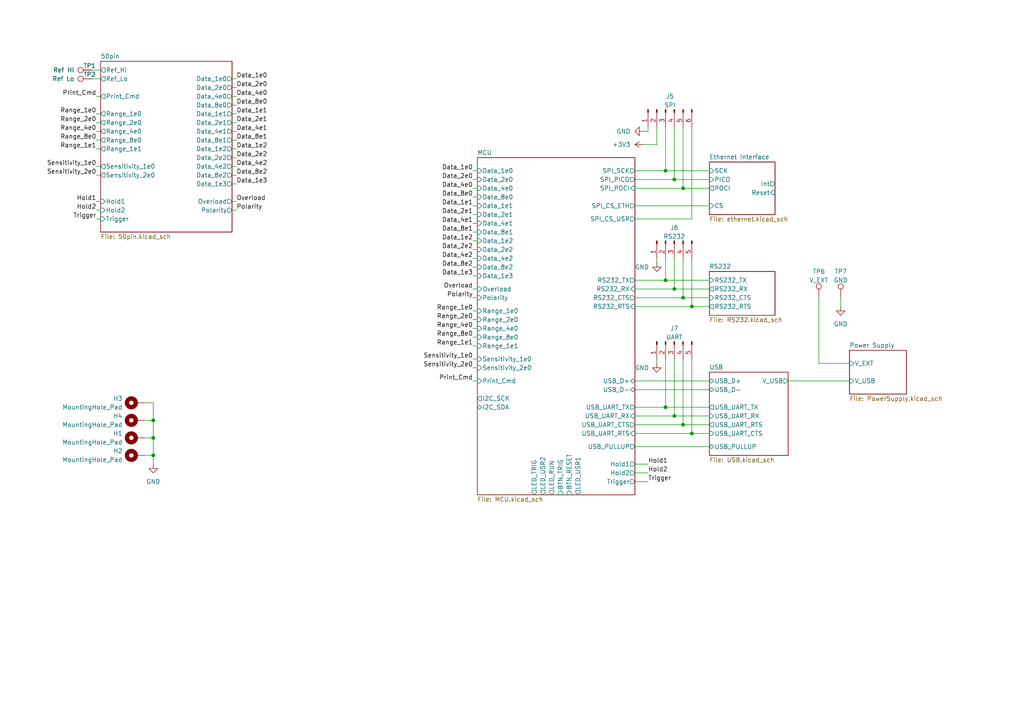
<source format=kicad_sch>
(kicad_sch (version 20211123) (generator eeschema)
  (paper "A4")
  (lib_symbols
    (symbol "Connector:Conn_01x05_Male" (pin_names (offset 1.016) hide)
      (property "Reference" "J" (at 0 7.62 0))
      (property "Value" "Conn_01x05_Male" (at 0 -7.62 0))
      (symbol "Conn_01x05_Male_1_1"
        (polyline (pts (xy 1.27 -5.08) (xy 0.8636 -5.08)) (stroke (width 0.1524)))
        (polyline (pts (xy 1.27 -2.54) (xy 0.8636 -2.54)) (stroke (width 0.1524)))
        (polyline (pts (xy 1.27 0) (xy 0.8636 0)) (stroke (width 0.1524)))
        (polyline (pts (xy 1.27 2.54) (xy 0.8636 2.54)) (stroke (width 0.1524)))
        (polyline (pts (xy 1.27 5.08) (xy 0.8636 5.08)) (stroke (width 0.1524)))
        (rectangle (start 0.8636 -4.953) (end 0 -5.207) (stroke (width 0.1524)) (fill (type outline)))
        (rectangle (start 0.8636 -2.413) (end 0 -2.667) (stroke (width 0.1524)) (fill (type outline)))
        (rectangle (start 0.8636 0.127) (end 0 -0.127) (stroke (width 0.1524)) (fill (type outline)))
        (rectangle (start 0.8636 2.667) (end 0 2.413) (stroke (width 0.1524)) (fill (type outline)))
        (rectangle (start 0.8636 5.207) (end 0 4.953) (stroke (width 0.1524)) (fill (type outline)))
        (pin passive line (at 5.08 5.08 180) (length 3.81) (name "Pin_1") (number "1"))
        (pin passive line (at 5.08 2.54 180) (length 3.81) (name "Pin_2") (number "2"))
        (pin passive line (at 5.08 0 180) (length 3.81) (name "Pin_3") (number "3"))
        (pin passive line (at 5.08 -2.54 180) (length 3.81) (name "Pin_4") (number "4"))
        (pin passive line (at 5.08 -5.08 180) (length 3.81) (name "Pin_5") (number "5"))
      )
    )
    (symbol "Connector:Conn_01x06_Male" (pin_names (offset 1.016) hide)
      (property "Reference" "J" (at 0 7.62 0))
      (property "Value" "Conn_01x06_Male" (at 0 -10.16 0))
      (symbol "Conn_01x06_Male_1_1"
        (polyline (pts (xy 1.27 -7.62) (xy 0.8636 -7.62)) (stroke (width 0.1524)))
        (polyline (pts (xy 1.27 -5.08) (xy 0.8636 -5.08)) (stroke (width 0.1524)))
        (polyline (pts (xy 1.27 -2.54) (xy 0.8636 -2.54)) (stroke (width 0.1524)))
        (polyline (pts (xy 1.27 0) (xy 0.8636 0)) (stroke (width 0.1524)))
        (polyline (pts (xy 1.27 2.54) (xy 0.8636 2.54)) (stroke (width 0.1524)))
        (polyline (pts (xy 1.27 5.08) (xy 0.8636 5.08)) (stroke (width 0.1524)))
        (rectangle (start 0.8636 -7.493) (end 0 -7.747) (stroke (width 0.1524)) (fill (type outline)))
        (rectangle (start 0.8636 -4.953) (end 0 -5.207) (stroke (width 0.1524)) (fill (type outline)))
        (rectangle (start 0.8636 -2.413) (end 0 -2.667) (stroke (width 0.1524)) (fill (type outline)))
        (rectangle (start 0.8636 0.127) (end 0 -0.127) (stroke (width 0.1524)) (fill (type outline)))
        (rectangle (start 0.8636 2.667) (end 0 2.413) (stroke (width 0.1524)) (fill (type outline)))
        (rectangle (start 0.8636 5.207) (end 0 4.953) (stroke (width 0.1524)) (fill (type outline)))
        (pin passive line (at 5.08 5.08 180) (length 3.81) (name "Pin_1") (number "1"))
        (pin passive line (at 5.08 2.54 180) (length 3.81) (name "Pin_2") (number "2"))
        (pin passive line (at 5.08 0 180) (length 3.81) (name "Pin_3") (number "3"))
        (pin passive line (at 5.08 -2.54 180) (length 3.81) (name "Pin_4") (number "4"))
        (pin passive line (at 5.08 -5.08 180) (length 3.81) (name "Pin_5") (number "5"))
        (pin passive line (at 5.08 -7.62 180) (length 3.81) (name "Pin_6") (number "6"))
      )
    )
    (symbol "Connector:TestPoint" (pin_numbers hide) (pin_names (offset 0.762) hide)
      (property "Reference" "TP" (at 0 6.858 0))
      (property "Value" "TestPoint" (at 0 5.08 0))
      (symbol "TestPoint_0_1"
        (circle (center 0 3.302) (radius 0.762))
      )
      (symbol "TestPoint_1_1"
        (pin passive line (at 0 0 90) (length 2.54) (name "1") (number "1"))
      )
    )
    (symbol "Mechanical:MountingHole_Pad" (pin_numbers hide) (pin_names (offset 1.016) hide)
      (property "Reference" "H" (at 0 6.35 0))
      (property "Value" "MountingHole_Pad" (at 0 4.445 0))
      (symbol "MountingHole_Pad_0_1"
        (circle (center 0 1.27) (radius 1.27) (stroke (width 1.27)))
      )
      (symbol "MountingHole_Pad_1_1"
        (pin input line (at 0 -2.54 90) (length 2.54) (name "1") (number "1"))
      )
    )
    (symbol "power:+3V3" (power) (pin_names (offset 0))
      (property "Value" "+3V3" (at 0 3.556 0))
      (symbol "+3V3_0_1"
        (polyline (pts (xy -0.762 1.27) (xy 0 2.54)))
        (polyline (pts (xy 0 0) (xy 0 2.54)))
        (polyline (pts (xy 0 2.54) (xy 0.762 1.27)))
      )
      (symbol "+3V3_1_1"
        (pin power_in line (at 0 0 90) (length 0) hide (name "+3V3") (number "1"))
      )
    )
    (symbol "power:GND" (power) (pin_names (offset 0))
      (property "Value" "GND" (at 0 -3.81 0))
      (symbol "GND_0_1"
        (polyline (pts (xy 0 0) (xy 0 -1.27) (xy 1.27 -1.27) (xy 0 -2.54) (xy -1.27 -1.27) (xy 0 -1.27)))
      )
      (symbol "GND_1_1"
        (pin power_in line (at 0 0 270) (length 0) hide (name "GND") (number "1"))
      )
    )
  )
  (junction (at 200.66 125.73))
  (junction (at 198.12 54.61))
  (junction (at 193.04 118.11))
  (junction (at 193.04 49.53))
  (junction (at 200.66 88.9))
  (junction (at 195.58 83.82))
  (junction (at 44.45 132.08))
  (junction (at 44.45 127))
  (junction (at 193.04 81.28))
  (junction (at 198.12 86.36))
  (junction (at 44.45 121.92))
  (junction (at 195.58 120.65))
  (junction (at 198.12 123.19))
  (junction (at 195.58 52.07))
  (wire (pts (xy 200.66 88.9) (xy 205.74 88.9)))
  (wire (pts (xy 184.15 113.03) (xy 205.74 113.03)))
  (wire (pts (xy 184.15 88.9) (xy 200.66 88.9)))
  (wire (pts (xy 190.5 41.91) (xy 186.69 41.91)))
  (wire (pts (xy 67.31 25.4) (xy 68.58 25.4)))
  (wire (pts (xy 67.31 40.64) (xy 68.58 40.64)))
  (wire (pts (xy 184.15 110.49) (xy 205.74 110.49)))
  (wire (pts (xy 67.31 30.48) (xy 68.58 30.48)))
  (wire (pts (xy 26.67 22.86) (xy 29.21 22.86)))
  (wire (pts (xy 41.91 127) (xy 44.45 127)))
  (wire (pts (xy 184.15 123.19) (xy 198.12 123.19)))
  (wire (pts (xy 184.15 134.62) (xy 187.96 134.62)))
  (wire (pts (xy 67.31 22.86) (xy 68.58 22.86)))
  (wire (pts (xy 137.16 92.71) (xy 138.43 92.71)))
  (wire (pts (xy 198.12 36.83) (xy 198.12 54.61)))
  (wire (pts (xy 198.12 123.19) (xy 205.74 123.19)))
  (wire (pts (xy 198.12 74.93) (xy 198.12 86.36)))
  (wire (pts (xy 184.15 59.69) (xy 205.74 59.69)))
  (wire (pts (xy 184.15 49.53) (xy 193.04 49.53)))
  (wire (pts (xy 138.43 52.07) (xy 137.16 52.07)))
  (wire (pts (xy 237.49 86.36) (xy 237.49 105.41)))
  (wire (pts (xy 187.96 36.83) (xy 187.96 38.1)))
  (wire (pts (xy 195.58 36.83) (xy 195.58 52.07)))
  (wire (pts (xy 195.58 74.93) (xy 195.58 83.82)))
  (wire (pts (xy 193.04 104.14) (xy 193.04 118.11)))
  (wire (pts (xy 138.43 74.93) (xy 137.16 74.93)))
  (wire (pts (xy 193.04 118.11) (xy 205.74 118.11)))
  (wire (pts (xy 184.15 118.11) (xy 193.04 118.11)))
  (wire (pts (xy 195.58 120.65) (xy 205.74 120.65)))
  (wire (pts (xy 190.5 104.14) (xy 190.5 105.41)))
  (wire (pts (xy 184.15 81.28) (xy 193.04 81.28)))
  (wire (pts (xy 184.15 52.07) (xy 195.58 52.07)))
  (wire (pts (xy 198.12 54.61) (xy 205.74 54.61)))
  (wire (pts (xy 67.31 35.56) (xy 68.58 35.56)))
  (wire (pts (xy 200.66 104.14) (xy 200.66 125.73)))
  (wire (pts (xy 27.94 48.26) (xy 29.21 48.26)))
  (wire (pts (xy 184.15 86.36) (xy 198.12 86.36)))
  (wire (pts (xy 193.04 49.53) (xy 205.74 49.53)))
  (wire (pts (xy 27.94 35.56) (xy 29.21 35.56)))
  (wire (pts (xy 138.43 86.36) (xy 137.16 86.36)))
  (wire (pts (xy 67.31 58.42) (xy 68.58 58.42)))
  (wire (pts (xy 44.45 132.08) (xy 44.45 134.62)))
  (wire (pts (xy 41.91 132.08) (xy 44.45 132.08)))
  (wire (pts (xy 26.67 20.32) (xy 29.21 20.32)))
  (wire (pts (xy 27.94 63.5) (xy 29.21 63.5)))
  (wire (pts (xy 228.6 110.49) (xy 246.38 110.49)))
  (wire (pts (xy 138.43 49.53) (xy 137.16 49.53)))
  (wire (pts (xy 195.58 52.07) (xy 205.74 52.07)))
  (wire (pts (xy 184.15 54.61) (xy 198.12 54.61)))
  (wire (pts (xy 193.04 74.93) (xy 193.04 81.28)))
  (wire (pts (xy 137.16 110.49) (xy 138.43 110.49)))
  (wire (pts (xy 200.66 125.73) (xy 205.74 125.73)))
  (wire (pts (xy 137.16 95.25) (xy 138.43 95.25)))
  (wire (pts (xy 67.31 50.8) (xy 68.58 50.8)))
  (wire (pts (xy 67.31 33.02) (xy 68.58 33.02)))
  (wire (pts (xy 198.12 86.36) (xy 205.74 86.36)))
  (wire (pts (xy 27.94 60.96) (xy 29.21 60.96)))
  (wire (pts (xy 138.43 69.85) (xy 137.16 69.85)))
  (wire (pts (xy 27.94 38.1) (xy 29.21 38.1)))
  (wire (pts (xy 138.43 59.69) (xy 137.16 59.69)))
  (wire (pts (xy 193.04 36.83) (xy 193.04 49.53)))
  (wire (pts (xy 41.91 116.84) (xy 44.45 116.84)))
  (wire (pts (xy 243.84 86.36) (xy 243.84 88.9)))
  (wire (pts (xy 27.94 33.02) (xy 29.21 33.02)))
  (wire (pts (xy 200.66 36.83) (xy 200.66 63.5)))
  (wire (pts (xy 184.15 120.65) (xy 195.58 120.65)))
  (wire (pts (xy 195.58 104.14) (xy 195.58 120.65)))
  (wire (pts (xy 200.66 63.5) (xy 184.15 63.5)))
  (wire (pts (xy 184.15 137.16) (xy 187.96 137.16)))
  (wire (pts (xy 44.45 121.92) (xy 44.45 127)))
  (wire (pts (xy 137.16 90.17) (xy 138.43 90.17)))
  (wire (pts (xy 184.15 129.54) (xy 205.74 129.54)))
  (wire (pts (xy 138.43 57.15) (xy 137.16 57.15)))
  (wire (pts (xy 67.31 45.72) (xy 68.58 45.72)))
  (wire (pts (xy 44.45 127) (xy 44.45 132.08)))
  (wire (pts (xy 67.31 38.1) (xy 68.58 38.1)))
  (wire (pts (xy 137.16 100.33) (xy 138.43 100.33)))
  (wire (pts (xy 67.31 48.26) (xy 68.58 48.26)))
  (wire (pts (xy 67.31 53.34) (xy 68.58 53.34)))
  (wire (pts (xy 27.94 43.18) (xy 29.21 43.18)))
  (wire (pts (xy 190.5 74.93) (xy 190.5 76.2)))
  (wire (pts (xy 41.91 121.92) (xy 44.45 121.92)))
  (wire (pts (xy 195.58 83.82) (xy 205.74 83.82)))
  (wire (pts (xy 138.43 67.31) (xy 137.16 67.31)))
  (wire (pts (xy 27.94 58.42) (xy 29.21 58.42)))
  (wire (pts (xy 138.43 64.77) (xy 137.16 64.77)))
  (wire (pts (xy 190.5 36.83) (xy 190.5 41.91)))
  (wire (pts (xy 137.16 106.68) (xy 138.43 106.68)))
  (wire (pts (xy 138.43 54.61) (xy 137.16 54.61)))
  (wire (pts (xy 44.45 116.84) (xy 44.45 121.92)))
  (wire (pts (xy 198.12 104.14) (xy 198.12 123.19)))
  (wire (pts (xy 67.31 60.96) (xy 68.58 60.96)))
  (wire (pts (xy 184.15 83.82) (xy 195.58 83.82)))
  (wire (pts (xy 184.15 125.73) (xy 200.66 125.73)))
  (wire (pts (xy 67.31 43.18) (xy 68.58 43.18)))
  (wire (pts (xy 27.94 50.8) (xy 29.21 50.8)))
  (wire (pts (xy 187.96 38.1) (xy 186.69 38.1)))
  (wire (pts (xy 237.49 105.41) (xy 246.38 105.41)))
  (wire (pts (xy 138.43 72.39) (xy 137.16 72.39)))
  (wire (pts (xy 27.94 27.94) (xy 29.21 27.94)))
  (wire (pts (xy 67.31 27.94) (xy 68.58 27.94)))
  (wire (pts (xy 138.43 83.82) (xy 137.16 83.82)))
  (wire (pts (xy 137.16 104.14) (xy 138.43 104.14)))
  (wire (pts (xy 138.43 62.23) (xy 137.16 62.23)))
  (wire (pts (xy 138.43 77.47) (xy 137.16 77.47)))
  (wire (pts (xy 200.66 74.93) (xy 200.66 88.9)))
  (wire (pts (xy 137.16 97.79) (xy 138.43 97.79)))
  (wire (pts (xy 193.04 81.28) (xy 205.74 81.28)))
  (wire (pts (xy 138.43 80.01) (xy 137.16 80.01)))
  (wire (pts (xy 27.94 40.64) (xy 29.21 40.64)))
  (wire (pts (xy 184.15 139.7) (xy 187.96 139.7)))
  (label "Trigger" (at 27.94 63.5 180))
  (label "Data_8e1" (at 137.16 67.31 180))
  (label "Print_Cmd" (at 137.16 110.49 180))
  (label "Data_4e0" (at 137.16 54.61 180))
  (label "Data_2e2" (at 137.16 72.39 180))
  (label "Data_8e2" (at 137.16 77.47 180))
  (label "Data_4e1" (at 68.58 38.1 0))
  (label "Range_1e1" (at 27.94 43.18 180))
  (label "Data_1e2" (at 137.16 69.85 180))
  (label "Data_1e1" (at 137.16 59.69 180))
  (label "Range_1e1" (at 137.16 100.33 180))
  (label "Range_4e0" (at 27.94 38.1 180))
  (label "Overload" (at 68.58 58.42 0))
  (label "Data_2e1" (at 137.16 62.23 180))
  (label "Range_2e0" (at 137.16 92.71 180))
  (label "Polarity" (at 68.58 60.96 0))
  (label "Data_8e2" (at 68.58 50.8 0))
  (label "Range_4e0" (at 137.16 95.25 180))
  (label "Sensitivity_1e0" (at 27.94 48.26 180))
  (label "Data_4e2" (at 68.58 48.26 0))
  (label "Data_4e2" (at 137.16 74.93 180))
  (label "Data_1e3" (at 68.58 53.34 0))
  (label "Data_8e1" (at 68.58 40.64 0))
  (label "Overload" (at 137.16 83.82 180))
  (label "Data_8e0" (at 137.16 57.15 180))
  (label "Sensitivity_1e0" (at 137.16 104.14 180))
  (label "Sensitivity_2e0" (at 137.16 106.68 180))
  (label "Data_2e0" (at 137.16 52.07 180))
  (label "Data_4e0" (at 68.58 27.94 0))
  (label "Sensitivity_2e0" (at 27.94 50.8 180))
  (label "Range_8e0" (at 27.94 40.64 180))
  (label "Data_1e2" (at 68.58 43.18 0))
  (label "Range_8e0" (at 137.16 97.79 180))
  (label "Trigger" (at 187.96 139.7 0))
  (label "Range_1e0" (at 137.16 90.17 180))
  (label "Hold1" (at 27.94 58.42 180))
  (label "Data_1e0" (at 68.58 22.86 0))
  (label "Hold1" (at 187.96 134.62 0))
  (label "Range_1e0" (at 27.94 33.02 180))
  (label "Hold2" (at 27.94 60.96 180))
  (label "Data_8e0" (at 68.58 30.48 0))
  (label "Print_Cmd" (at 27.94 27.94 180))
  (label "Data_2e1" (at 68.58 35.56 0))
  (label "Polarity" (at 137.16 86.36 180))
  (label "Data_1e0" (at 137.16 49.53 180))
  (label "Data_2e2" (at 68.58 45.72 0))
  (label "Data_4e1" (at 137.16 64.77 180))
  (label "Hold2" (at 187.96 137.16 0))
  (label "Data_1e1" (at 68.58 33.02 0))
  (label "Range_2e0" (at 27.94 35.56 180))
  (label "Data_2e0" (at 68.58 25.4 0))
  (label "Data_1e3" (at 137.16 80.01 180))
  (symbol (lib_id "Mechanical:MountingHole_Pad") (at 39.37 116.84 90) (unit 1)
    (property "Reference" "H3" (at 35.56 115.57 90) (effects (justify left)))
    (property "Value" "MountingHole_Pad" (at 35.56 118.11 90) (effects (justify left)))
    (property "Footprint" "MountingHole:MountingHole_3.2mm_M3_Pad" (effects hide))
  )
  (symbol (lib_id "power:GND") (at 186.69 38.1 270) (unit 1)
    (property "Reference" "#PWR0179" (effects hide))
    (property "Value" "GND" (at 182.88 38.0999 90) (effects (justify right)))
  )
  (symbol (lib_id "Connector:TestPoint") (at 243.84 86.36 0) (unit 1) (in_bom no)
    (property "Reference" "TP7" (at 243.84 78.74 0))
    (property "Value" "GND" (at 243.84 81.28 0))
    (property "Footprint" "TestPoint:TestPoint_THTPad_2.0x2.0mm_Drill1.0mm" (effects hide))
  )
  (symbol (lib_id "power:GND") (at 243.84 88.9 0) (unit 1)
    (property "Reference" "#PWR0184" (effects hide))
    (property "Value" "GND" (at 243.84 93.98 0))
  )
  (symbol (lib_id "Connector:TestPoint") (at 26.67 20.32 90) (unit 1) (in_bom no)
    (property "Reference" "TP1" (at 24.13 19.05 90) (effects (justify right)))
    (property "Value" "Ref Hi" (at 21.59 20.32 90) (effects (justify left)))
    (property "Footprint" "TestPoint:TestPoint_Pad_1.5x1.5mm" (effects hide))
  )
  (symbol (lib_id "power:GND") (at 44.45 134.62 0) (unit 1)
    (property "Reference" "#PWR0161" (effects hide))
    (property "Value" "GND" (at 44.45 139.7 0))
  )
  (symbol (lib_id "Connector:Conn_01x06_Male") (at 193.04 31.75 90) (mirror x) (unit 1) (in_bom no)
    (property "Reference" "J5" (at 194.31 27.94 90))
    (property "Value" "SPI" (at 194.31 30.48 90))
    (property "Footprint" "Connector_PinHeader_1.27mm:PinHeader_1x06_P1.27mm_Vertical" (effects hide))
  )
  (symbol (lib_id "Connector:Conn_01x05_Male") (at 195.58 69.85 90) (mirror x) (unit 1)
    (property "Reference" "J6" (at 195.58 66.04 90))
    (property "Value" "RS232" (at 195.58 68.58 90))
    (property "Footprint" "Connector_PinHeader_1.27mm:PinHeader_1x05_P1.27mm_Vertical" (effects hide))
  )
  (symbol (lib_id "Mechanical:MountingHole_Pad") (at 39.37 127 90) (unit 1)
    (property "Reference" "H1" (at 35.56 125.73 90) (effects (justify left)))
    (property "Value" "MountingHole_Pad" (at 35.56 128.27 90) (effects (justify left)))
    (property "Footprint" "MountingHole:MountingHole_3.2mm_M3_Pad" (effects hide))
  )
  (symbol (lib_id "Connector:Conn_01x05_Male") (at 195.58 99.06 90) (mirror x) (unit 1)
    (property "Reference" "J7" (at 195.58 95.25 90))
    (property "Value" "UART" (at 195.58 97.79 90))
    (property "Footprint" "Connector_PinHeader_1.27mm:PinHeader_1x05_P1.27mm_Vertical" (effects hide))
  )
  (symbol (lib_id "power:+3V3") (at 186.69 41.91 90) (unit 1)
    (property "Reference" "#PWR0180" (effects hide))
    (property "Value" "+3V3" (at 182.88 41.9099 90) (effects (justify left)))
  )
  (symbol (lib_id "Connector:TestPoint") (at 237.49 86.36 0) (unit 1) (in_bom no)
    (property "Reference" "TP6" (at 237.49 78.74 0))
    (property "Value" "V_EXT" (at 237.49 81.28 0))
    (property "Footprint" "TestPoint:TestPoint_THTPad_2.0x2.0mm_Drill1.0mm" (effects hide))
  )
  (symbol (lib_id "power:GND") (at 190.5 105.41 0) (unit 1)
    (property "Reference" "#PWR0182" (effects hide))
    (property "Value" "GND" (at 184.15 106.68 0) (effects (justify left)))
  )
  (symbol (lib_id "Connector:TestPoint") (at 26.67 22.86 90) (unit 1) (in_bom no)
    (property "Reference" "TP2" (at 24.13 21.59 90) (effects (justify right)))
    (property "Value" "Ref Lo" (at 21.59 22.86 90) (effects (justify left)))
    (property "Footprint" "TestPoint:TestPoint_Pad_1.5x1.5mm" (effects hide))
  )
  (symbol (lib_id "Mechanical:MountingHole_Pad") (at 39.37 121.92 90) (unit 1)
    (property "Reference" "H4" (at 35.56 120.65 90) (effects (justify left)))
    (property "Value" "MountingHole_Pad" (at 35.56 123.19 90) (effects (justify left)))
    (property "Footprint" "MountingHole:MountingHole_3.2mm_M3_Pad" (effects hide))
  )
  (symbol (lib_id "Mechanical:MountingHole_Pad") (at 39.37 132.08 90) (unit 1)
    (property "Reference" "H2" (at 35.56 130.81 90) (effects (justify left)))
    (property "Value" "MountingHole_Pad" (at 35.56 133.35 90) (effects (justify left)))
    (property "Footprint" "MountingHole:MountingHole_3.2mm_M3_Pad" (effects hide))
  )
  (symbol (lib_id "power:GND") (at 190.5 76.2 0) (unit 1)
    (property "Reference" "#PWR0181" (effects hide))
    (property "Value" "GND" (at 184.15 77.47 0) (effects (justify left)))
  )
  (sheet (at 205.74 78.74) (size 19.05 12.7) (stroke (width 0.1524))
    (property "Sheet name" "RS232" (at 205.74 78.0284 0) (effects (justify left bottom)))
    (property "Sheet file" "RS232.kicad_sch" (at 205.74 92.0246 0) (effects (justify left top)))
    (pin "RS232_CTS" input (at 205.74 86.36 180))
    (pin "RS232_TX" input (at 205.74 81.28 180))
    (pin "RS232_RX" output (at 205.74 83.82 180))
    (pin "RS232_RTS" output (at 205.74 88.9 180))
  )
  (sheet (at 205.74 46.99) (size 19.05 15.24) (stroke (width 0.1524))
    (property "Sheet name" "Ethernet Interface" (at 205.74 46.2784 0) (effects (justify left bottom)))
    (property "Sheet file" "ethernet.kicad_sch" (at 205.74 62.8146 0) (effects (justify left top)))
    (pin "CS" input (at 205.74 59.69 180))
    (pin "SCK" input (at 205.74 49.53 180))
    (pin "PICO" input (at 205.74 52.07 180))
    (pin "POCI" output (at 205.74 54.61 180))
    (pin "Int" output (at 224.79 53.34 0))
    (pin "Reset" input (at 224.79 55.88 0))
  )
  (sheet (at 138.43 45.72) (size 45.72 97.79) (stroke (width 0.1524))
    (property "Sheet name" "MCU" (at 138.43 45.0084 0) (effects (justify left bottom)))
    (property "Sheet file" "MCU.kicad_sch" (at 138.43 144.0946 0) (effects (justify left top)))
    (pin "SPI_PICO" output (at 184.15 52.07 0))
    (pin "SPI_POCI" input (at 184.15 54.61 0))
    (pin "SPI_CS_ETH" output (at 184.15 59.69 0))
    (pin "SPI_SCK" output (at 184.15 49.53 0))
    (pin "Data_4e0" input (at 138.43 54.61 180))
    (pin "Data_2e0" input (at 138.43 52.07 180))
    (pin "Data_1e0" input (at 138.43 49.53 180))
    (pin "Hold1" output (at 184.15 134.62 0))
    (pin "Hold2" output (at 184.15 137.16 0))
    (pin "Range_1e0" input (at 138.43 90.17 180))
    (pin "Overload" input (at 138.43 83.82 180))
    (pin "Polarity" input (at 138.43 86.36 180))
    (pin "Range_4e0" input (at 138.43 95.25 180))
    (pin "Range_8e0" input (at 138.43 97.79 180))
    (pin "Range_2e0" input (at 138.43 92.71 180))
    (pin "Range_1e1" input (at 138.43 100.33 180))
    (pin "Print_Cmd" input (at 138.43 110.49 180))
    (pin "Sensitivity_2e0" input (at 138.43 106.68 180))
    (pin "Sensitivity_1e0" input (at 138.43 104.14 180))
    (pin "Data_8e1" input (at 138.43 67.31 180))
    (pin "Data_4e1" input (at 138.43 64.77 180))
    (pin "Data_8e0" input (at 138.43 57.15 180))
    (pin "Data_2e1" input (at 138.43 62.23 180))
    (pin "Data_1e1" input (at 138.43 59.69 180))
    (pin "Data_4e2" input (at 138.43 74.93 180))
    (pin "Data_2e2" input (at 138.43 72.39 180))
    (pin "Data_1e2" input (at 138.43 69.85 180))
    (pin "Data_8e2" input (at 138.43 77.47 180))
    (pin "Data_1e3" input (at 138.43 80.01 180))
    (pin "Trigger" output (at 184.15 139.7 0))
    (pin "RS232_TX" output (at 184.15 81.28 0))
    (pin "RS232_CTS" output (at 184.15 86.36 0))
    (pin "RS232_RX" input (at 184.15 83.82 0))
    (pin "RS232_RTS" input (at 184.15 88.9 0))
    (pin "USB_D+" bidirectional (at 184.15 110.49 0))
    (pin "USB_UART_TX" output (at 184.15 118.11 0))
    (pin "USB_UART_CTS" output (at 184.15 123.19 0))
    (pin "USB_UART_RTS" input (at 184.15 125.73 0))
    (pin "USB_UART_RX" input (at 184.15 120.65 0))
    (pin "USB_D-" bidirectional (at 184.15 113.03 0))
    (pin "I2C_SCK" output (at 138.43 115.57 180))
    (pin "I2C_SDA" bidirectional (at 138.43 118.11 180))
    (pin "SPI_CS_USR" output (at 184.15 63.5 0))
    (pin "LED_USR2" output (at 157.48 143.51 270))
    (pin "LED_RUN" output (at 160.02 143.51 270))
    (pin "BTN_TRIG" input (at 162.56 143.51 270))
    (pin "BTN_RESET" input (at 165.1 143.51 270))
    (pin "LED_TRIG" output (at 154.94 143.51 270))
    (pin "LED_USR1" output (at 167.64 143.51 270))
    (pin "USB_PULLUP" output (at 184.15 129.54 0))
  )
  (sheet (at 205.74 107.95) (size 22.86 24.13) (stroke (width 0.1524))
    (property "Sheet name" "USB" (at 205.74 107.2384 0) (effects (justify left bottom)))
    (property "Sheet file" "USB.kicad_sch" (at 205.74 132.6646 0) (effects (justify left top)))
    (pin "V_USB" output (at 228.6 110.49 0))
    (pin "USB_D+" bidirectional (at 205.74 110.49 180))
    (pin "USB_D-" bidirectional (at 205.74 113.03 180))
    (pin "USB_UART_RTS" output (at 205.74 123.19 180))
    (pin "USB_UART_CTS" input (at 205.74 125.73 180))
    (pin "USB_UART_TX" output (at 205.74 118.11 180))
    (pin "USB_UART_RX" input (at 205.74 120.65 180))
    (pin "USB_PULLUP" bidirectional (at 205.74 129.54 180))
  )
  (sheet (at 246.38 101.6) (size 16.51 12.7) (stroke (width 0.1524))
    (property "Sheet name" "Power Supply" (at 246.38 100.8884 0) (effects (justify left bottom)))
    (property "Sheet file" "PowerSupply.kicad_sch" (at 246.38 114.8846 0) (effects (justify left top)))
    (pin "V_EXT" input (at 246.38 105.41 180))
    (pin "V_USB" input (at 246.38 110.49 180))
  )
  (sheet (at 29.21 17.78) (size 38.1 49.53) (stroke (width 0.1524))
    (property "Sheet name" "50pin" (at 29.21 17.0684 0) (effects (justify left bottom)))
    (property "Sheet file" "50pin.kicad_sch" (at 29.21 67.8946 0) (effects (justify left top)))
    (pin "Data_8e0" output (at 67.31 30.48 0))
    (pin "Data_1e1" output (at 67.31 33.02 0))
    (pin "Data_8e1" output (at 67.31 40.64 0))
    (pin "Data_1e0" output (at 67.31 22.86 0))
    (pin "Data_2e0" output (at 67.31 25.4 0))
    (pin "Data_2e1" output (at 67.31 35.56 0))
    (pin "Data_4e1" output (at 67.31 38.1 0))
    (pin "Data_4e0" output (at 67.31 27.94 0))
    (pin "Data_2e2" output (at 67.31 45.72 0))
    (pin "Data_1e2" output (at 67.31 43.18 0))
    (pin "Data_8e2" output (at 67.31 50.8 0))
    (pin "Data_4e2" output (at 67.31 48.26 0))
    (pin "Data_1e3" output (at 67.31 53.34 0))
    (pin "Overload" output (at 67.31 58.42 0))
    (pin "Polarity" output (at 67.31 60.96 0))
    (pin "Print_Cmd" output (at 29.21 27.94 180))
    (pin "Ref_Hi" output (at 29.21 20.32 180))
    (pin "Ref_Lo" output (at 29.21 22.86 180))
    (pin "Range_1e0" output (at 29.21 33.02 180))
    (pin "Sensitivity_2e0" output (at 29.21 50.8 180))
    (pin "Sensitivity_1e0" output (at 29.21 48.26 180))
    (pin "Hold2" input (at 29.21 60.96 180))
    (pin "Hold1" input (at 29.21 58.42 180))
    (pin "Trigger" input (at 29.21 63.5 180))
    (pin "Range_4e0" output (at 29.21 38.1 180))
    (pin "Range_1e1" output (at 29.21 43.18 180))
    (pin "Range_8e0" output (at 29.21 40.64 180))
    (pin "Range_2e0" output (at 29.21 35.56 180))
  )
)
</source>
